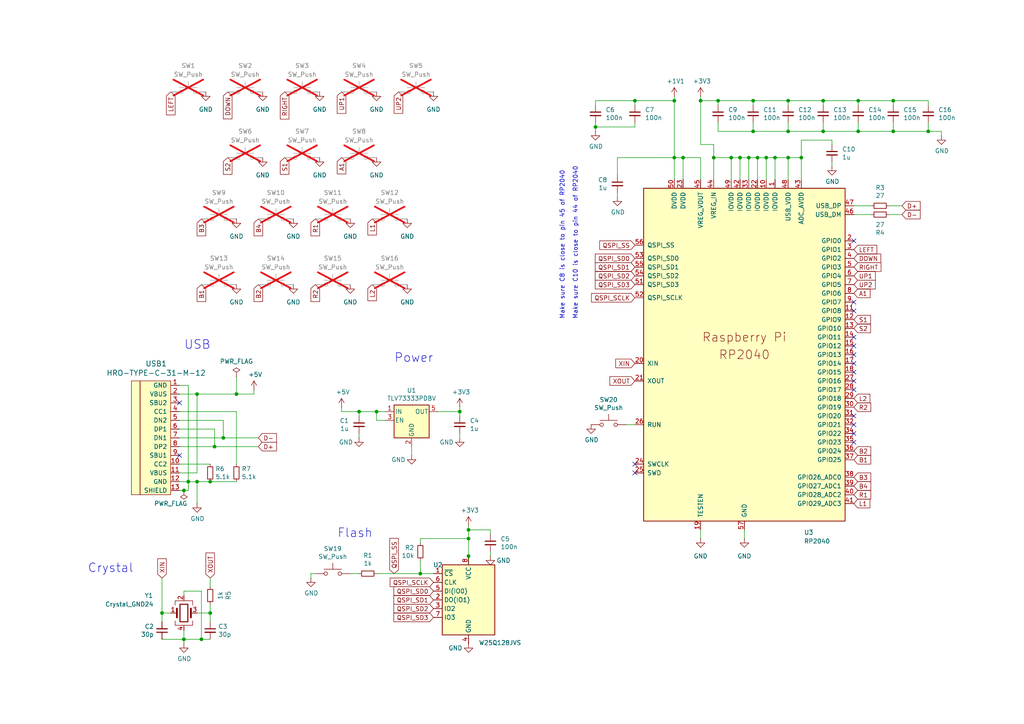
<source format=kicad_sch>
(kicad_sch (version 20231120) (generator "eeschema") (generator_version "8.0")
  (paper "A4")
  (lib_symbols
    (symbol "Device:C_Small" (pin_numbers hide) (pin_names (offset 0.254) hide)
      (property "Reference" "C" (at 0.254 1.778 0))
      (property "Value" "C_Small" (at 0.254 -2.032 0))
      (symbol "C_Small_0_1"
        (polyline (pts (xy -1.524 -0.508) (xy 1.524 -0.508)) (stroke (width 0.3302)))
        (polyline (pts (xy -1.524 0.508) (xy 1.524 0.508)) (stroke (width 0.3048)))
      )
      (symbol "C_Small_1_1"
        (pin passive line (at 0 2.54 270) (length 2.032) (name "~") (number "1"))
        (pin passive line (at 0 -2.54 90) (length 2.032) (name "~") (number "2"))
      )
    )
    (symbol "Device:Crystal_GND24" (pin_names (offset 1.016) hide)
      (property "Reference" "Y" (at 3.175 5.08 0))
      (property "Value" "Crystal_GND24" (at 3.175 3.175 0))
      (symbol "Crystal_GND24_0_1"
        (rectangle (start -1.143 2.54) (end 1.143 -2.54) (stroke (width 0.3048)))
        (polyline (pts (xy -2.54 0) (xy -2.032 0)))
        (polyline (pts (xy -2.032 -1.27) (xy -2.032 1.27)) (stroke (width 0.508)))
        (polyline (pts (xy 0 -3.81) (xy 0 -3.556)))
        (polyline (pts (xy 0 3.556) (xy 0 3.81)))
        (polyline (pts (xy 2.032 -1.27) (xy 2.032 1.27)) (stroke (width 0.508)))
        (polyline (pts (xy 2.032 0) (xy 2.54 0)))
        (polyline (pts (xy -2.54 -2.286) (xy -2.54 -3.556) (xy 2.54 -3.556) (xy 2.54 -2.286)))
        (polyline (pts (xy -2.54 2.286) (xy -2.54 3.556) (xy 2.54 3.556) (xy 2.54 2.286)))
      )
      (symbol "Crystal_GND24_1_1"
        (pin passive line (at -3.81 0 0) (length 1.27) (name "1") (number "1"))
        (pin passive line (at 0 5.08 270) (length 1.27) (name "2") (number "2"))
        (pin passive line (at 3.81 0 180) (length 1.27) (name "3") (number "3"))
        (pin passive line (at 0 -5.08 90) (length 1.27) (name "4") (number "4"))
      )
    )
    (symbol "Device:R_Small" (pin_numbers hide) (pin_names (offset 0.254) hide)
      (property "Reference" "R" (at 0.762 0.508 0))
      (property "Value" "R_Small" (at 0.762 -1.016 0))
      (symbol "R_Small_0_1"
        (rectangle (start -0.762 1.778) (end 0.762 -1.778) (stroke (width 0.2032)))
      )
      (symbol "R_Small_1_1"
        (pin passive line (at 0 2.54 270) (length 0.762) (name "~") (number "1"))
        (pin passive line (at 0 -2.54 90) (length 0.762) (name "~") (number "2"))
      )
    )
    (symbol "MCU_RaspberryPi_RP2040:RP2040" (pin_names (offset 1.016))
      (property "Reference" "U" (at -29.21 49.53 0))
      (property "Value" "RP2040" (at 24.13 -49.53 0))
      (symbol "RP2040_0_0"
        (text "Raspberry Pi" (at 0 5.08 0) (effects (font (size 2.54 2.54))))
        (text "RP2040" (at 0 0 0) (effects (font (size 2.54 2.54))))
      )
      (symbol "RP2040_0_1"
        (rectangle (start 29.21 48.26) (end -29.21 -48.26) (stroke (width 0.254)) (fill (type background)))
      )
      (symbol "RP2040_1_1"
        (pin power_in line (at 8.89 50.8 270) (length 2.54) (name "IOVDD") (number "1"))
        (pin power_in line (at 6.35 50.8 270) (length 2.54) (name "IOVDD") (number "10"))
        (pin bidirectional line (at 31.75 12.7 180) (length 2.54) (name "GPIO8") (number "11"))
        (pin bidirectional line (at 31.75 10.16 180) (length 2.54) (name "GPIO9") (number "12"))
        (pin bidirectional line (at 31.75 7.62 180) (length 2.54) (name "GPIO10") (number "13"))
        (pin bidirectional line (at 31.75 5.08 180) (length 2.54) (name "GPIO11") (number "14"))
        (pin bidirectional line (at 31.75 2.54 180) (length 2.54) (name "GPIO12") (number "15"))
        (pin bidirectional line (at 31.75 0 180) (length 2.54) (name "GPIO13") (number "16"))
        (pin bidirectional line (at 31.75 -2.54 180) (length 2.54) (name "GPIO14") (number "17"))
        (pin bidirectional line (at 31.75 -5.08 180) (length 2.54) (name "GPIO15") (number "18"))
        (pin passive line (at -12.7 -50.8 90) (length 2.54) (name "TESTEN") (number "19"))
        (pin bidirectional line (at 31.75 33.02 180) (length 2.54) (name "GPIO0") (number "2"))
        (pin input line (at -31.75 -2.54 0) (length 2.54) (name "XIN") (number "20"))
        (pin passive line (at -31.75 -7.62 0) (length 2.54) (name "XOUT") (number "21"))
        (pin power_in line (at 3.81 50.8 270) (length 2.54) (name "IOVDD") (number "22"))
        (pin power_in line (at -17.78 50.8 270) (length 2.54) (name "DVDD") (number "23"))
        (pin output line (at -31.75 -31.75 0) (length 2.54) (name "SWCLK") (number "24"))
        (pin bidirectional line (at -31.75 -34.29 0) (length 2.54) (name "SWD") (number "25"))
        (pin input line (at -31.75 -20.32 0) (length 2.54) (name "RUN") (number "26"))
        (pin bidirectional line (at 31.75 -7.62 180) (length 2.54) (name "GPIO16") (number "27"))
        (pin bidirectional line (at 31.75 -10.16 180) (length 2.54) (name "GPIO17") (number "28"))
        (pin bidirectional line (at 31.75 -12.7 180) (length 2.54) (name "GPIO18") (number "29"))
        (pin bidirectional line (at 31.75 30.48 180) (length 2.54) (name "GPIO1") (number "3"))
        (pin bidirectional line (at 31.75 -15.24 180) (length 2.54) (name "GPIO19") (number "30"))
        (pin bidirectional line (at 31.75 -17.78 180) (length 2.54) (name "GPIO20") (number "31"))
        (pin bidirectional line (at 31.75 -20.32 180) (length 2.54) (name "GPIO21") (number "32"))
        (pin power_in line (at 1.27 50.8 270) (length 2.54) (name "IOVDD") (number "33"))
        (pin bidirectional line (at 31.75 -22.86 180) (length 2.54) (name "GPIO22") (number "34"))
        (pin bidirectional line (at 31.75 -25.4 180) (length 2.54) (name "GPIO23") (number "35"))
        (pin bidirectional line (at 31.75 -27.94 180) (length 2.54) (name "GPIO24") (number "36"))
        (pin bidirectional line (at 31.75 -30.48 180) (length 2.54) (name "GPIO25") (number "37"))
        (pin bidirectional line (at 31.75 -35.56 180) (length 2.54) (name "GPIO26_ADC0") (number "38"))
        (pin bidirectional line (at 31.75 -38.1 180) (length 2.54) (name "GPIO27_ADC1") (number "39"))
        (pin bidirectional line (at 31.75 27.94 180) (length 2.54) (name "GPIO2") (number "4"))
        (pin bidirectional line (at 31.75 -40.64 180) (length 2.54) (name "GPIO28_ADC2") (number "40"))
        (pin bidirectional line (at 31.75 -43.18 180) (length 2.54) (name "GPIO29_ADC3") (number "41"))
        (pin power_in line (at -1.27 50.8 270) (length 2.54) (name "IOVDD") (number "42"))
        (pin power_in line (at 16.51 50.8 270) (length 2.54) (name "ADC_AVDD") (number "43"))
        (pin power_in line (at -8.89 50.8 270) (length 2.54) (name "VREG_IN") (number "44"))
        (pin power_out line (at -12.7 50.8 270) (length 2.54) (name "VREG_VOUT") (number "45"))
        (pin bidirectional line (at 31.75 40.64 180) (length 2.54) (name "USB_DM") (number "46"))
        (pin bidirectional line (at 31.75 43.18 180) (length 2.54) (name "USB_DP") (number "47"))
        (pin power_in line (at 12.7 50.8 270) (length 2.54) (name "USB_VDD") (number "48"))
        (pin power_in line (at -3.81 50.8 270) (length 2.54) (name "IOVDD") (number "49"))
        (pin bidirectional line (at 31.75 25.4 180) (length 2.54) (name "GPIO3") (number "5"))
        (pin power_in line (at -20.32 50.8 270) (length 2.54) (name "DVDD") (number "50"))
        (pin bidirectional line (at -31.75 20.32 0) (length 2.54) (name "QSPI_SD3") (number "51"))
        (pin output line (at -31.75 16.51 0) (length 2.54) (name "QSPI_SCLK") (number "52"))
        (pin bidirectional line (at -31.75 27.94 0) (length 2.54) (name "QSPI_SD0") (number "53"))
        (pin bidirectional line (at -31.75 22.86 0) (length 2.54) (name "QSPI_SD2") (number "54"))
        (pin bidirectional line (at -31.75 25.4 0) (length 2.54) (name "QSPI_SD1") (number "55"))
        (pin bidirectional line (at -31.75 31.75 0) (length 2.54) (name "QSPI_SS") (number "56"))
        (pin power_in line (at 0 -50.8 90) (length 2.54) (name "GND") (number "57"))
        (pin bidirectional line (at 31.75 22.86 180) (length 2.54) (name "GPIO4") (number "6"))
        (pin bidirectional line (at 31.75 20.32 180) (length 2.54) (name "GPIO5") (number "7"))
        (pin bidirectional line (at 31.75 17.78 180) (length 2.54) (name "GPIO6") (number "8"))
        (pin bidirectional line (at 31.75 15.24 180) (length 2.54) (name "GPIO7") (number "9"))
      )
    )
    (symbol "Memory_Flash:W25Q128JVS"
      (property "Reference" "U" (at -6.35 11.43 0))
      (property "Value" "W25Q128JVS" (at 7.62 11.43 0))
      (symbol "W25Q128JVS_0_1"
        (rectangle (start -7.62 10.16) (end 7.62 -10.16) (stroke (width 0.254)) (fill (type background)))
      )
      (symbol "W25Q128JVS_1_1"
        (pin input line (at -10.16 7.62 0) (length 2.54) (name "~{CS}") (number "1"))
        (pin bidirectional line (at -10.16 0 0) (length 2.54) (name "DO(IO1)") (number "2"))
        (pin bidirectional line (at -10.16 -2.54 0) (length 2.54) (name "IO2") (number "3"))
        (pin power_in line (at 0 -12.7 90) (length 2.54) (name "GND") (number "4"))
        (pin bidirectional line (at -10.16 2.54 0) (length 2.54) (name "DI(IO0)") (number "5"))
        (pin input line (at -10.16 5.08 0) (length 2.54) (name "CLK") (number "6"))
        (pin bidirectional line (at -10.16 -5.08 0) (length 2.54) (name "IO3") (number "7"))
        (pin power_in line (at 0 12.7 270) (length 2.54) (name "VCC") (number "8"))
      )
    )
    (symbol "Regulator_Linear:TLV73333PDBV" (pin_names (offset 0.254))
      (property "Reference" "U" (at -3.81 5.715 0))
      (property "Value" "TLV73333PDBV" (at 0 5.715 0))
      (symbol "TLV73333PDBV_0_1"
        (rectangle (start -5.08 4.445) (end 5.08 -5.08) (stroke (width 0.254)) (fill (type background)))
      )
      (symbol "TLV73333PDBV_1_1"
        (pin power_in line (at -7.62 2.54 0) (length 2.54) (name "IN") (number "1"))
        (pin power_in line (at 0 -7.62 90) (length 2.54) (name "GND") (number "2"))
        (pin input line (at -7.62 0 0) (length 2.54) (name "EN") (number "3"))
        (pin no_connect line (at 5.08 0 180) (length 2.54) hide (name "NC") (number "4"))
        (pin power_out line (at 7.62 2.54 180) (length 2.54) (name "OUT") (number "5"))
      )
    )
    (symbol "Switch:SW_Push" (pin_numbers hide) (pin_names (offset 1.016) hide)
      (property "Reference" "SW" (at 1.27 2.54 0))
      (property "Value" "SW_Push" (at 0 -1.524 0))
      (symbol "SW_Push_0_1"
        (circle (center -2.032 0) (radius 0.508))
        (polyline (pts (xy 0 1.27) (xy 0 3.048)))
        (polyline (pts (xy 2.54 1.27) (xy -2.54 1.27)))
        (circle (center 2.032 0) (radius 0.508))
        (pin passive line (at -5.08 0 0) (length 2.54) (name "1") (number "1"))
        (pin passive line (at 5.08 0 180) (length 2.54) (name "2") (number "2"))
      )
    )
    (symbol "Type-C:HRO-TYPE-C-31-M-12" (pin_names (offset 1.016))
      (property "Reference" "USB" (at -5.08 16.51 0))
      (property "Value" "HRO-TYPE-C-31-M-12" (at -10.16 -1.27 90))
      (symbol "HRO-TYPE-C-31-M-12_0_1"
        (rectangle (start -11.43 15.24) (end -8.89 -17.78) (fill (type background)))
        (rectangle (start 0 -17.78) (end -8.89 15.24) (fill (type background)))
      )
      (symbol "HRO-TYPE-C-31-M-12_1_1"
        (pin input line (at 2.54 13.97 180) (length 2.54) (name "GND") (number "1"))
        (pin input line (at 2.54 -8.89 180) (length 2.54) (name "CC2") (number "10"))
        (pin input line (at 2.54 -11.43 180) (length 2.54) (name "VBUS") (number "11"))
        (pin input line (at 2.54 -13.97 180) (length 2.54) (name "GND") (number "12"))
        (pin input line (at 2.54 -16.51 180) (length 2.54) (name "SHIELD") (number "13"))
        (pin input line (at 2.54 11.43 180) (length 2.54) (name "VBUS") (number "2"))
        (pin input line (at 2.54 8.89 180) (length 2.54) (name "SBU2") (number "3"))
        (pin input line (at 2.54 6.35 180) (length 2.54) (name "CC1") (number "4"))
        (pin input line (at 2.54 3.81 180) (length 2.54) (name "DN2") (number "5"))
        (pin input line (at 2.54 1.27 180) (length 2.54) (name "DP1") (number "6"))
        (pin input line (at 2.54 -1.27 180) (length 2.54) (name "DN1") (number "7"))
        (pin input line (at 2.54 -3.81 180) (length 2.54) (name "DP2") (number "8"))
        (pin input line (at 2.54 -6.35 180) (length 2.54) (name "SBU1") (number "9"))
      )
    )
    (symbol "power:+1V1" (power) (pin_numbers hide) (pin_names (offset 0) hide)
      (property "Value" "+1V1" (at 0 3.556 0))
      (symbol "+1V1_0_1"
        (polyline (pts (xy -0.762 1.27) (xy 0 2.54)))
        (polyline (pts (xy 0 0) (xy 0 2.54)))
        (polyline (pts (xy 0 2.54) (xy 0.762 1.27)))
      )
      (symbol "+1V1_1_1"
        (pin power_in line (at 0 0 90) (length 0) (name "~") (number "1"))
      )
    )
    (symbol "power:+3V3" (power) (pin_numbers hide) (pin_names (offset 0) hide)
      (property "Value" "+3V3" (at 0 3.556 0))
      (symbol "+3V3_0_1"
        (polyline (pts (xy -0.762 1.27) (xy 0 2.54)))
        (polyline (pts (xy 0 0) (xy 0 2.54)))
        (polyline (pts (xy 0 2.54) (xy 0.762 1.27)))
      )
      (symbol "+3V3_1_1"
        (pin power_in line (at 0 0 90) (length 0) (name "~") (number "1"))
      )
    )
    (symbol "power:+5V" (power) (pin_numbers hide) (pin_names (offset 0) hide)
      (property "Value" "+5V" (at 0 3.556 0))
      (symbol "+5V_0_1"
        (polyline (pts (xy -0.762 1.27) (xy 0 2.54)))
        (polyline (pts (xy 0 0) (xy 0 2.54)))
        (polyline (pts (xy 0 2.54) (xy 0.762 1.27)))
      )
      (symbol "+5V_1_1"
        (pin power_in line (at 0 0 90) (length 0) (name "~") (number "1"))
      )
    )
    (symbol "power:GND" (power) (pin_numbers hide) (pin_names (offset 0) hide)
      (property "Value" "GND" (at 0 -3.81 0))
      (symbol "GND_0_1"
        (polyline (pts (xy 0 0) (xy 0 -1.27) (xy 1.27 -1.27) (xy 0 -2.54) (xy -1.27 -1.27) (xy 0 -1.27)))
      )
      (symbol "GND_1_1"
        (pin power_in line (at 0 0 270) (length 0) (name "~") (number "1"))
      )
    )
    (symbol "power:PWR_FLAG" (power) (pin_numbers hide) (pin_names (offset 0) hide)
      (property "Value" "PWR_FLAG" (at 0 3.81 0))
      (symbol "PWR_FLAG_0_0"
        (pin power_out line (at 0 0 90) (length 0) (name "~") (number "1"))
      )
      (symbol "PWR_FLAG_0_1"
        (polyline (pts (xy 0 0) (xy 0 1.27) (xy -1.016 1.905) (xy 0 2.54) (xy 1.016 1.905) (xy 0 1.27)))
      )
    )
  )
  (junction (at 57.15 114.3))
  (junction (at 135.89 153.67))
  (junction (at 62.23 129.54))
  (junction (at 228.6 29.21))
  (junction (at 207.01 45.72))
  (junction (at 68.58 114.3))
  (junction (at 64.77 127))
  (junction (at 53.34 142.24))
  (junction (at 208.28 29.21))
  (junction (at 218.44 29.21))
  (junction (at 214.63 45.72))
  (junction (at 135.89 156.21))
  (junction (at 172.72 36.83))
  (junction (at 57.15 139.7))
  (junction (at 218.44 38.1))
  (junction (at 248.92 38.1))
  (junction (at 228.6 38.1))
  (junction (at 212.09 45.72))
  (junction (at 217.17 45.72))
  (junction (at 224.79 45.72))
  (junction (at 222.25 45.72))
  (junction (at 232.41 45.72))
  (junction (at 104.14 119.38))
  (junction (at 133.35 119.38))
  (junction (at 54.61 139.7))
  (junction (at 46.99 177.8))
  (junction (at 60.96 177.8))
  (junction (at 198.12 45.72))
  (junction (at 238.76 29.21))
  (junction (at 219.71 45.72))
  (junction (at 203.2 29.21))
  (junction (at 228.6 45.72))
  (junction (at 195.58 29.21))
  (junction (at 53.34 185.42))
  (junction (at 259.08 38.1))
  (junction (at 269.24 38.1))
  (junction (at 248.92 29.21))
  (junction (at 109.22 119.38))
  (junction (at 238.76 38.1))
  (junction (at 195.58 45.72))
  (junction (at 58.42 185.42))
  (junction (at 259.08 29.21))
  (junction (at 60.96 139.7))
  (junction (at 135.89 161.29))
  (junction (at 184.15 29.21))
  (junction (at 121.92 166.37))
  (no_connect (at 247.65 90.17))
  (no_connect (at 247.65 69.85))
  (no_connect (at 52.07 132.08))
  (no_connect (at 247.65 123.19))
  (no_connect (at 247.65 125.73))
  (no_connect (at 247.65 87.63))
  (no_connect (at 247.65 105.41))
  (no_connect (at 247.65 110.49))
  (no_connect (at 247.65 97.79))
  (no_connect (at 184.15 137.16))
  (no_connect (at 247.65 113.03))
  (no_connect (at 247.65 102.87))
  (no_connect (at 247.65 107.95))
  (no_connect (at 247.65 128.27))
  (no_connect (at 52.07 116.84))
  (no_connect (at 184.15 134.62))
  (no_connect (at 247.65 120.65))
  (no_connect (at 247.65 100.33))
  (wire (pts (xy 52.07 111.76) (xy 54.61 111.76)))
  (wire (pts (xy 54.61 142.24) (xy 53.34 142.24)))
  (wire (pts (xy 73.66 114.3) (xy 73.66 113.03)))
  (wire (pts (xy 52.07 114.3) (xy 57.15 114.3)))
  (wire (pts (xy 214.63 52.07) (xy 214.63 45.72)))
  (wire (pts (xy 172.72 29.21) (xy 184.15 29.21)))
  (wire (pts (xy 54.61 139.7) (xy 57.15 139.7)))
  (wire (pts (xy 203.2 41.91) (xy 203.2 29.21)))
  (wire (pts (xy 104.14 119.38) (xy 109.22 119.38)))
  (wire (pts (xy 52.07 121.92) (xy 64.77 121.92)))
  (wire (pts (xy 218.44 38.1) (xy 228.6 38.1)))
  (wire (pts (xy 53.34 185.42) (xy 53.34 186.69)))
  (wire (pts (xy 248.92 38.1) (xy 259.08 38.1)))
  (wire (pts (xy 219.71 45.72) (xy 222.25 45.72)))
  (wire (pts (xy 172.72 35.56) (xy 172.72 36.83)))
  (wire (pts (xy 68.58 114.3) (xy 73.66 114.3)))
  (wire (pts (xy 228.6 45.72) (xy 232.41 45.72)))
  (wire (pts (xy 217.17 45.72) (xy 219.71 45.72)))
  (wire (pts (xy 135.89 156.21) (xy 135.89 161.29)))
  (wire (pts (xy 142.24 153.67) (xy 142.24 154.94)))
  (wire (pts (xy 222.25 45.72) (xy 224.79 45.72)))
  (wire (pts (xy 247.65 62.23) (xy 252.73 62.23)))
  (wire (pts (xy 64.77 121.92) (xy 64.77 127)))
  (wire (pts (xy 207.01 45.72) (xy 207.01 41.91)))
  (wire (pts (xy 52.07 124.46) (xy 62.23 124.46)))
  (wire (pts (xy 228.6 52.07) (xy 228.6 45.72)))
  (wire (pts (xy 269.24 35.56) (xy 269.24 38.1)))
  (wire (pts (xy 119.38 129.54) (xy 119.38 132.08)))
  (wire (pts (xy 109.22 166.37) (xy 121.92 166.37)))
  (wire (pts (xy 232.41 40.64) (xy 241.3 40.64)))
  (wire (pts (xy 179.07 50.8) (xy 179.07 45.72)))
  (wire (pts (xy 121.92 156.21) (xy 135.89 156.21)))
  (wire (pts (xy 111.76 121.92) (xy 109.22 121.92)))
  (wire (pts (xy 184.15 30.48) (xy 184.15 29.21)))
  (wire (pts (xy 104.14 125.73) (xy 104.14 127)))
  (wire (pts (xy 52.07 119.38) (xy 68.58 119.38)))
  (wire (pts (xy 121.92 166.37) (xy 125.73 166.37)))
  (wire (pts (xy 74.93 127) (xy 64.77 127)))
  (wire (pts (xy 269.24 30.48) (xy 269.24 29.21)))
  (wire (pts (xy 207.01 45.72) (xy 212.09 45.72)))
  (wire (pts (xy 259.08 38.1) (xy 269.24 38.1)))
  (wire (pts (xy 60.96 177.8) (xy 60.96 175.26)))
  (wire (pts (xy 257.81 59.69) (xy 261.62 59.69)))
  (wire (pts (xy 224.79 52.07) (xy 224.79 45.72)))
  (wire (pts (xy 99.06 119.38) (xy 104.14 119.38)))
  (wire (pts (xy 57.15 177.8) (xy 60.96 177.8)))
  (wire (pts (xy 133.35 118.11) (xy 133.35 119.38)))
  (wire (pts (xy 135.89 153.67) (xy 142.24 153.67)))
  (wire (pts (xy 90.17 166.37) (xy 91.44 166.37)))
  (wire (pts (xy 208.28 35.56) (xy 208.28 38.1)))
  (wire (pts (xy 218.44 30.48) (xy 218.44 29.21)))
  (wire (pts (xy 259.08 30.48) (xy 259.08 29.21)))
  (wire (pts (xy 57.15 146.05) (xy 57.15 139.7)))
  (wire (pts (xy 58.42 185.42) (xy 53.34 185.42)))
  (wire (pts (xy 179.07 45.72) (xy 195.58 45.72)))
  (wire (pts (xy 90.17 166.37) (xy 90.17 167.64)))
  (wire (pts (xy 68.58 139.7) (xy 60.96 139.7)))
  (wire (pts (xy 109.22 121.92) (xy 109.22 119.38)))
  (wire (pts (xy 68.58 119.38) (xy 68.58 134.62)))
  (wire (pts (xy 218.44 29.21) (xy 228.6 29.21)))
  (wire (pts (xy 215.9 153.67) (xy 215.9 156.21)))
  (wire (pts (xy 184.15 36.83) (xy 184.15 35.56)))
  (wire (pts (xy 53.34 142.24) (xy 52.07 142.24)))
  (wire (pts (xy 54.61 111.76) (xy 54.61 139.7)))
  (wire (pts (xy 219.71 52.07) (xy 219.71 45.72)))
  (wire (pts (xy 212.09 52.07) (xy 212.09 45.72)))
  (wire (pts (xy 195.58 29.21) (xy 195.58 45.72)))
  (wire (pts (xy 198.12 45.72) (xy 203.2 45.72)))
  (wire (pts (xy 53.34 172.72) (xy 53.34 171.45)))
  (wire (pts (xy 52.07 129.54) (xy 62.23 129.54)))
  (wire (pts (xy 238.76 29.21) (xy 248.92 29.21)))
  (wire (pts (xy 57.15 137.16) (xy 52.07 137.16)))
  (wire (pts (xy 57.15 139.7) (xy 60.96 139.7)))
  (wire (pts (xy 52.07 134.62) (xy 60.96 134.62)))
  (wire (pts (xy 247.65 59.69) (xy 252.73 59.69)))
  (wire (pts (xy 232.41 40.64) (xy 232.41 45.72)))
  (wire (pts (xy 228.6 30.48) (xy 228.6 29.21)))
  (wire (pts (xy 57.15 114.3) (xy 57.15 137.16)))
  (wire (pts (xy 203.2 45.72) (xy 203.2 52.07)))
  (wire (pts (xy 214.63 45.72) (xy 217.17 45.72)))
  (wire (pts (xy 203.2 27.94) (xy 203.2 29.21)))
  (wire (pts (xy 135.89 153.67) (xy 135.89 152.4)))
  (wire (pts (xy 46.99 167.64) (xy 46.99 177.8)))
  (wire (pts (xy 133.35 125.73) (xy 133.35 127)))
  (wire (pts (xy 62.23 124.46) (xy 62.23 129.54)))
  (wire (pts (xy 111.76 119.38) (xy 109.22 119.38)))
  (wire (pts (xy 46.99 185.42) (xy 53.34 185.42)))
  (wire (pts (xy 228.6 35.56) (xy 228.6 38.1)))
  (wire (pts (xy 135.89 161.29) (xy 135.89 163.83)))
  (wire (pts (xy 232.41 45.72) (xy 232.41 52.07)))
  (wire (pts (xy 57.15 114.3) (xy 68.58 114.3)))
  (wire (pts (xy 224.79 45.72) (xy 228.6 45.72)))
  (wire (pts (xy 184.15 29.21) (xy 195.58 29.21)))
  (wire (pts (xy 58.42 171.45) (xy 58.42 185.42)))
  (wire (pts (xy 53.34 171.45) (xy 58.42 171.45)))
  (wire (pts (xy 238.76 30.48) (xy 238.76 29.21)))
  (wire (pts (xy 121.92 157.48) (xy 121.92 156.21)))
  (wire (pts (xy 218.44 38.1) (xy 208.28 38.1)))
  (wire (pts (xy 54.61 139.7) (xy 54.61 142.24)))
  (wire (pts (xy 207.01 41.91) (xy 203.2 41.91)))
  (wire (pts (xy 60.96 170.18) (xy 60.96 167.64)))
  (wire (pts (xy 133.35 119.38) (xy 133.35 120.65)))
  (wire (pts (xy 99.06 119.38) (xy 99.06 118.11)))
  (wire (pts (xy 218.44 35.56) (xy 218.44 38.1)))
  (wire (pts (xy 46.99 177.8) (xy 46.99 180.34)))
  (wire (pts (xy 60.96 185.42) (xy 58.42 185.42)))
  (wire (pts (xy 208.28 29.21) (xy 218.44 29.21)))
  (wire (pts (xy 228.6 29.21) (xy 238.76 29.21)))
  (wire (pts (xy 68.58 109.22) (xy 68.58 114.3)))
  (wire (pts (xy 195.58 45.72) (xy 195.58 52.07)))
  (wire (pts (xy 248.92 29.21) (xy 259.08 29.21)))
  (wire (pts (xy 238.76 38.1) (xy 248.92 38.1)))
  (wire (pts (xy 60.96 177.8) (xy 60.96 180.34)))
  (wire (pts (xy 203.2 153.67) (xy 203.2 156.21)))
  (wire (pts (xy 172.72 36.83) (xy 184.15 36.83)))
  (wire (pts (xy 269.24 38.1) (xy 273.05 38.1)))
  (wire (pts (xy 217.17 52.07) (xy 217.17 45.72)))
  (wire (pts (xy 207.01 52.07) (xy 207.01 45.72)))
  (wire (pts (xy 259.08 35.56) (xy 259.08 38.1)))
  (wire (pts (xy 241.3 46.99) (xy 241.3 48.26)))
  (wire (pts (xy 135.89 153.67) (xy 135.89 156.21)))
  (wire (pts (xy 248.92 35.56) (xy 248.92 38.1)))
  (wire (pts (xy 127 119.38) (xy 133.35 119.38)))
  (wire (pts (xy 172.72 30.48) (xy 172.72 29.21)))
  (wire (pts (xy 248.92 30.48) (xy 248.92 29.21)))
  (wire (pts (xy 52.07 139.7) (xy 54.61 139.7)))
  (wire (pts (xy 238.76 35.56) (xy 238.76 38.1)))
  (wire (pts (xy 52.07 127) (xy 64.77 127)))
  (wire (pts (xy 101.6 166.37) (xy 104.14 166.37)))
  (wire (pts (xy 195.58 27.94) (xy 195.58 29.21)))
  (wire (pts (xy 74.93 129.54) (xy 62.23 129.54)))
  (wire (pts (xy 195.58 45.72) (xy 198.12 45.72)))
  (wire (pts (xy 222.25 52.07) (xy 222.25 45.72)))
  (wire (pts (xy 104.14 120.65) (xy 104.14 119.38)))
  (wire (pts (xy 53.34 182.88) (xy 53.34 185.42)))
  (wire (pts (xy 198.12 45.72) (xy 198.12 52.07)))
  (wire (pts (xy 259.08 29.21) (xy 269.24 29.21)))
  (wire (pts (xy 49.53 177.8) (xy 46.99 177.8)))
  (wire (pts (xy 181.61 123.19) (xy 184.15 123.19)))
  (wire (pts (xy 212.09 45.72) (xy 214.63 45.72)))
  (wire (pts (xy 179.07 55.88) (xy 179.07 57.15)))
  (wire (pts (xy 241.3 41.91) (xy 241.3 40.64)))
  (wire (pts (xy 228.6 38.1) (xy 238.76 38.1)))
  (wire (pts (xy 203.2 29.21) (xy 208.28 29.21)))
  (wire (pts (xy 172.72 36.83) (xy 172.72 38.1)))
  (wire (pts (xy 257.81 62.23) (xy 261.62 62.23)))
  (wire (pts (xy 273.05 38.1) (xy 273.05 39.37)))
  (wire (pts (xy 208.28 30.48) (xy 208.28 29.21)))
  (wire (pts (xy 142.24 160.02) (xy 142.24 161.29)))
  (wire (pts (xy 121.92 162.56) (xy 121.92 166.37)))
  (text "USB" (at 53.34 101.6 0) (effects (font (size 2.54 2.54)) (justify left bottom)))
  (text "Make sure C10 is close to pin 44 of RP2040" (at 167.64 92.71 90) (effects (font (size 1.27 1.27)) (justify left bottom)))
  (text "Make sure C8 is close to pin 45 of RP2040" (at 163.83 92.71 90) (effects (font (size 1.27 1.27)) (justify left bottom)))
  (text "Power" (at 114.3 105.41 0) (effects (font (size 2.54 2.54)) (justify left bottom)))
  (text "Crystal" (at 25.4 166.37 0) (effects (font (size 2.54 2.54)) (justify left bottom)))
  (text "Flash" (at 97.79 156.21 0) (effects (font (size 2.54 2.54)) (justify left bottom)))
  (global_label "R2" (shape input) (at 91.44 82.55 270) (property "Intersheetrefs" "${INTERSHEET_REFS}" (effects (hide yes))))
  (global_label "L1" (shape input) (at 247.65 146.05 0) (property "Intersheetrefs" "${INTERSHEET_REFS}" (effects (hide yes))))
  (global_label "XOUT" (shape input) (at 184.15 110.49 180) (property "Intersheetrefs" "${INTERSHEET_REFS}" (effects (hide yes))))
  (global_label "S2" (shape input) (at 66.04 45.72 270) (property "Intersheetrefs" "${INTERSHEET_REFS}" (effects (hide yes))))
  (global_label "A1" (shape input) (at 99.06 45.72 270) (property "Intersheetrefs" "${INTERSHEET_REFS}" (effects (hide yes))))
  (global_label "L1" (shape input) (at 107.95 63.5 270) (property "Intersheetrefs" "${INTERSHEET_REFS}" (effects (hide yes))))
  (global_label "D-" (shape input) (at 261.62 62.23 0) (property "Intersheetrefs" "${INTERSHEET_REFS}" (effects (hide yes))))
  (global_label "DOWN" (shape input) (at 66.04 26.67 270) (property "Intersheetrefs" "${INTERSHEET_REFS}" (effects (hide yes))))
  (global_label "DOWN" (shape input) (at 247.65 74.93 0) (property "Intersheetrefs" "${INTERSHEET_REFS}" (effects (hide yes))))
  (global_label "XOUT" (shape input) (at 60.96 167.64 90) (property "Intersheetrefs" "${INTERSHEET_REFS}" (effects (hide yes))))
  (global_label "B4" (shape input) (at 247.65 140.97 0) (property "Intersheetrefs" "${INTERSHEET_REFS}" (effects (hide yes))))
  (global_label "D+" (shape input) (at 74.93 129.54 0) (property "Intersheetrefs" "${INTERSHEET_REFS}" (effects (hide yes))))
  (global_label "R1" (shape input) (at 247.65 143.51 0) (property "Intersheetrefs" "${INTERSHEET_REFS}" (effects (hide yes))))
  (global_label "QSPI_SD0" (shape input) (at 184.15 74.93 180) (property "Intersheetrefs" "${INTERSHEET_REFS}" (effects (hide yes))))
  (global_label "B3" (shape input) (at 247.65 138.43 0) (property "Intersheetrefs" "${INTERSHEET_REFS}" (effects (hide yes))))
  (global_label "S1" (shape input) (at 247.65 92.71 0) (property "Intersheetrefs" "${INTERSHEET_REFS}" (effects (hide yes))))
  (global_label "D-" (shape input) (at 74.93 127 0) (property "Intersheetrefs" "${INTERSHEET_REFS}" (effects (hide yes))))
  (global_label "QSPI_SD2" (shape input) (at 184.15 80.01 180) (property "Intersheetrefs" "${INTERSHEET_REFS}" (effects (hide yes))))
  (global_label "XIN" (shape input) (at 46.99 167.64 90) (property "Intersheetrefs" "${INTERSHEET_REFS}" (effects (hide yes))))
  (global_label "D+" (shape input) (at 261.62 59.69 0) (property "Intersheetrefs" "${INTERSHEET_REFS}" (effects (hide yes))))
  (global_label "UP2" (shape input) (at 247.65 82.55 0) (property "Intersheetrefs" "${INTERSHEET_REFS}" (effects (hide yes))))
  (global_label "QSPI_SD3" (shape input) (at 184.15 82.55 180) (property "Intersheetrefs" "${INTERSHEET_REFS}" (effects (hide yes))))
  (global_label "B2" (shape input) (at 247.65 130.81 0) (property "Intersheetrefs" "${INTERSHEET_REFS}" (effects (hide yes))))
  (global_label "UP1" (shape input) (at 99.06 26.67 270) (property "Intersheetrefs" "${INTERSHEET_REFS}" (effects (hide yes))))
  (global_label "UP1" (shape input) (at 247.65 80.01 0) (property "Intersheetrefs" "${INTERSHEET_REFS}" (effects (hide yes))))
  (global_label "B4" (shape input) (at 74.93 63.5 270) (property "Intersheetrefs" "${INTERSHEET_REFS}" (effects (hide yes))))
  (global_label "B2" (shape input) (at 74.93 82.55 270) (property "Intersheetrefs" "${INTERSHEET_REFS}" (effects (hide yes))))
  (global_label "L2" (shape input) (at 247.65 115.57 0) (property "Intersheetrefs" "${INTERSHEET_REFS}" (effects (hide yes))))
  (global_label "B1" (shape input) (at 58.42 82.55 270) (property "Intersheetrefs" "${INTERSHEET_REFS}" (effects (hide yes))))
  (global_label "QSPI_SD2" (shape input) (at 125.73 176.53 180) (property "Intersheetrefs" "${INTERSHEET_REFS}" (effects (hide yes))))
  (global_label "UP2" (shape input) (at 115.57 26.67 270) (property "Intersheetrefs" "${INTERSHEET_REFS}" (effects (hide yes))))
  (global_label "A1" (shape input) (at 247.65 85.09 0) (property "Intersheetrefs" "${INTERSHEET_REFS}" (effects (hide yes))))
  (global_label "QSPI_SD1" (shape input) (at 184.15 77.47 180) (property "Intersheetrefs" "${INTERSHEET_REFS}" (effects (hide yes))))
  (global_label "L2" (shape input) (at 107.95 82.55 270) (property "Intersheetrefs" "${INTERSHEET_REFS}" (effects (hide yes))))
  (global_label "QSPI_SD3" (shape input) (at 125.73 179.07 180) (property "Intersheetrefs" "${INTERSHEET_REFS}" (effects (hide yes))))
  (global_label "B3" (shape input) (at 58.42 63.5 270) (property "Intersheetrefs" "${INTERSHEET_REFS}" (effects (hide yes))))
  (global_label "S2" (shape input) (at 247.65 95.25 0) (property "Intersheetrefs" "${INTERSHEET_REFS}" (effects (hide yes))))
  (global_label "R2" (shape input) (at 247.65 118.11 0) (property "Intersheetrefs" "${INTERSHEET_REFS}" (effects (hide yes))))
  (global_label "RIGHT" (shape input) (at 247.65 77.47 0) (property "Intersheetrefs" "${INTERSHEET_REFS}" (effects (hide yes))))
  (global_label "LEFT" (shape input) (at 49.53 26.67 270) (property "Intersheetrefs" "${INTERSHEET_REFS}" (effects (hide yes))))
  (global_label "QSPI_SS" (shape input) (at 114.3 166.37 90) (property "Intersheetrefs" "${INTERSHEET_REFS}" (effects (hide yes))))
  (global_label "LEFT" (shape input) (at 247.65 72.39 0) (property "Intersheetrefs" "${INTERSHEET_REFS}" (effects (hide yes))))
  (global_label "QSPI_SCLK" (shape input) (at 184.15 86.36 180) (property "Intersheetrefs" "${INTERSHEET_REFS}" (effects (hide yes))))
  (global_label "QSPI_SS" (shape input) (at 184.15 71.12 180) (property "Intersheetrefs" "${INTERSHEET_REFS}" (effects (hide yes))))
  (global_label "S1" (shape input) (at 82.55 45.72 270) (property "Intersheetrefs" "${INTERSHEET_REFS}" (effects (hide yes))))
  (global_label "QSPI_SD1" (shape input) (at 125.73 173.99 180) (property "Intersheetrefs" "${INTERSHEET_REFS}" (effects (hide yes))))
  (global_label "QSPI_SCLK" (shape input) (at 125.73 168.91 180) (property "Intersheetrefs" "${INTERSHEET_REFS}" (effects (hide yes))))
  (global_label "R1" (shape input) (at 91.44 63.5 270) (property "Intersheetrefs" "${INTERSHEET_REFS}" (effects (hide yes))))
  (global_label "QSPI_SD0" (shape input) (at 125.73 171.45 180) (property "Intersheetrefs" "${INTERSHEET_REFS}" (effects (hide yes))))
  (global_label "RIGHT" (shape input) (at 82.55 26.67 270) (property "Intersheetrefs" "${INTERSHEET_REFS}" (effects (hide yes))))
  (global_label "XIN" (shape input) (at 184.15 105.41 180) (property "Intersheetrefs" "${INTERSHEET_REFS}" (effects (hide yes))))
  (global_label "B1" (shape input) (at 247.65 133.35 0) (property "Intersheetrefs" "${INTERSHEET_REFS}" (effects (hide yes))))
  (symbol (lib_id "power:GND") (at 179.07 57.15 0) (unit 1)
    (property "Reference" "#PWR064" (effects (hide yes)))
    (property "Value" "GND" (at 179.197 61.5442 0))
  )
  (symbol (lib_id "power:GND") (at 59.69 26.67 0) (unit 1)
    (property "Reference" "#PWR051" (effects (hide yes)))
    (property "Value" "GND" (at 59.69 31.75 0))
    (property "Description" "Power symbol creates a global label with name \"GND\" , ground" (effects (hide yes)))
  )
  (symbol (lib_id "Device:C_Small") (at 259.08 33.02 0) (unit 1)
    (property "Reference" "C15" (at 262.001 31.8516 0) (effects (justify left)))
    (property "Value" "100n" (at 262.001 34.163 0) (effects (justify left)))
    (property "Footprint" "Capacitor_SMD:C_0402_1005Metric" (effects (hide yes)))
    (property "LCSC" "C1525" (effects (hide yes)))
  )
  (symbol (lib_id "Device:Crystal_GND24") (at 53.34 177.8 0) (unit 1)
    (property "Reference" "Y1" (at 41.91 172.72 0) (effects (justify left)))
    (property "Value" "Crystal_GND24" (at 30.48 175.26 0) (effects (justify left)))
    (property "Footprint" "Crystal:Crystal_SMD_3225-4Pin_3.2x2.5mm" (effects (hide yes)))
    (property "LCSC" "C9002" (effects (hide yes)))
  )
  (symbol (lib_id "power:+1V1") (at 195.58 27.94 0) (unit 1)
    (property "Reference" "#PWR056" (effects (hide yes)))
    (property "Value" "+1V1" (at 195.961 23.5458 0))
  )
  (symbol (lib_id "Switch:SW_Push") (at 71.12 26.67 0) (unit 1) (dnp yes)
    (property "Reference" "SW2" (at 71.12 19.05 0))
    (property "Value" "SW_Push" (at 71.12 21.59 0))
    (property "Footprint" "Cherry_ULP:Cherry_ULP_TH" (effects (hide yes)))
    (property "Description" "Push button switch, generic, two pins" (effects (hide yes)))
  )
  (symbol (lib_id "Device:C_Small") (at 241.3 44.45 0) (unit 1)
    (property "Reference" "C10" (at 244.221 43.2816 0) (effects (justify left)))
    (property "Value" "1u" (at 244.221 45.593 0) (effects (justify left)))
    (property "Footprint" "Capacitor_SMD:C_0402_1005Metric" (effects (hide yes)))
    (property "LCSC" "C52923" (effects (hide yes)))
  )
  (symbol (lib_id "power:GND") (at 109.22 45.72 0) (unit 1)
    (property "Reference" "#PWR062" (effects (hide yes)))
    (property "Value" "GND" (at 109.22 50.8 0))
    (property "Description" "Power symbol creates a global label with name \"GND\" , ground" (effects (hide yes)))
  )
  (symbol (lib_id "power:GND") (at 215.9 156.21 0) (unit 1)
    (property "Reference" "#PWR083" (effects (hide yes)))
    (property "Value" "GND" (at 215.9 161.29 0))
    (property "Description" "Power symbol creates a global label with name \"GND\" , ground" (effects (hide yes)))
  )
  (symbol (lib_id "power:GND") (at 118.11 63.5 0) (unit 1)
    (property "Reference" "#PWR068" (effects (hide yes)))
    (property "Value" "GND" (at 118.11 68.58 0))
    (property "Description" "Power symbol creates a global label with name \"GND\" , ground" (effects (hide yes)))
  )
  (symbol (lib_id "power:GND") (at 85.09 63.5 0) (unit 1)
    (property "Reference" "#PWR066" (effects (hide yes)))
    (property "Value" "GND" (at 85.09 68.58 0))
    (property "Description" "Power symbol creates a global label with name \"GND\" , ground" (effects (hide yes)))
  )
  (symbol (lib_id "power:+3V3") (at 203.2 27.94 0) (unit 1)
    (property "Reference" "#PWR057" (effects (hide yes)))
    (property "Value" "+3V3" (at 203.581 23.5458 0))
  )
  (symbol (lib_id "power:GND") (at 133.35 127 0) (unit 1)
    (property "Reference" "#PWR078" (effects (hide yes)))
    (property "Value" "GND" (at 129.54 128.27 0))
  )
  (symbol (lib_id "power:GND") (at 85.09 82.55 0) (unit 1)
    (property "Reference" "#PWR070" (effects (hide yes)))
    (property "Value" "GND" (at 85.09 87.63 0))
    (property "Description" "Power symbol creates a global label with name \"GND\" , ground" (effects (hide yes)))
  )
  (symbol (lib_id "power:+5V") (at 73.66 113.03 0) (unit 1)
    (property "Reference" "#PWR073" (effects (hide yes)))
    (property "Value" "+5V" (at 74.041 108.6358 0))
  )
  (symbol (lib_id "Switch:SW_Push") (at 96.52 82.55 0) (unit 1) (dnp yes)
    (property "Reference" "SW15" (at 96.52 74.93 0))
    (property "Value" "SW_Push" (at 96.52 77.47 0))
    (property "Footprint" "Cherry_ULP:Cherry_ULP_TH" (effects (hide yes)))
    (property "Description" "Push button switch, generic, two pins" (effects (hide yes)))
  )
  (symbol (lib_id "power:GND") (at 172.72 38.1 0) (unit 1)
    (property "Reference" "#PWR058" (effects (hide yes)))
    (property "Value" "GND" (at 172.847 42.4942 0))
  )
  (symbol (lib_id "Device:C_Small") (at 248.92 33.02 0) (unit 1)
    (property "Reference" "C14" (at 251.841 31.8516 0) (effects (justify left)))
    (property "Value" "100n" (at 251.841 34.163 0) (effects (justify left)))
    (property "Footprint" "Capacitor_SMD:C_0402_1005Metric" (effects (hide yes)))
    (property "LCSC" "C1525" (effects (hide yes)))
  )
  (symbol (lib_id "power:GND") (at 118.11 82.55 0) (unit 1)
    (property "Reference" "#PWR072" (effects (hide yes)))
    (property "Value" "GND" (at 118.11 87.63 0))
    (property "Description" "Power symbol creates a global label with name \"GND\" , ground" (effects (hide yes)))
  )
  (symbol (lib_id "Switch:SW_Push") (at 96.52 63.5 0) (unit 1) (dnp yes)
    (property "Reference" "SW11" (at 96.52 55.88 0))
    (property "Value" "SW_Push" (at 96.52 58.42 0))
    (property "Footprint" "Cherry_ULP:Cherry_ULP_TH" (effects (hide yes)))
    (property "Description" "Push button switch, generic, two pins" (effects (hide yes)))
  )
  (symbol (lib_id "Switch:SW_Push") (at 176.53 123.19 0) (unit 1)
    (property "Reference" "SW20" (at 176.53 115.951 0))
    (property "Value" "SW_Push" (at 176.53 118.2624 0))
    (property "Footprint" "Button_Switch_SMD:SW_SPST_Omron_B3FS-100xP" (effects (hide yes)))
    (property "LCSC" "C271750" (effects (hide yes)))
  )
  (symbol (lib_id "Switch:SW_Push") (at 80.01 63.5 0) (unit 1) (dnp yes)
    (property "Reference" "SW10" (at 80.01 55.88 0))
    (property "Value" "SW_Push" (at 80.01 58.42 0))
    (property "Footprint" "Cherry_ULP:Cherry_ULP_TH" (effects (hide yes)))
    (property "Description" "Push button switch, generic, two pins" (effects (hide yes)))
  )
  (symbol (lib_id "Device:R_Small") (at 255.27 62.23 270) (mirror x) (unit 1)
    (property "Reference" "R4" (at 255.27 67.4878 90))
    (property "Value" "27" (at 255.27 65.1764 90))
    (property "Footprint" "Resistor_SMD:R_0402_1005Metric" (effects (hide yes)))
    (property "LCSC" "C138021" (effects (hide yes)))
  )
  (symbol (lib_id "power:GND") (at 273.05 39.37 0) (unit 1)
    (property "Reference" "#PWR059" (effects (hide yes)))
    (property "Value" "GND" (at 273.177 43.7642 0))
  )
  (symbol (lib_id "Switch:SW_Push") (at 113.03 82.55 0) (unit 1) (dnp yes)
    (property "Reference" "SW16" (at 113.03 74.93 0))
    (property "Value" "SW_Push" (at 113.03 77.47 0))
    (property "Footprint" "Cherry_ULP:Cherry_ULP_TH" (effects (hide yes)))
    (property "Description" "Push button switch, generic, two pins" (effects (hide yes)))
  )
  (symbol (lib_id "Device:R_Small") (at 60.96 137.16 0) (unit 1)
    (property "Reference" "R6" (at 62.4586 135.9916 0) (effects (justify left)))
    (property "Value" "5.1k" (at 62.4586 138.303 0) (effects (justify left)))
    (property "Footprint" "Resistor_SMD:R_0402_1005Metric" (effects (hide yes)))
    (property "LCSC" "C25905" (effects (hide yes)))
  )
  (symbol (lib_id "Switch:SW_Push") (at 113.03 63.5 0) (unit 1) (dnp yes)
    (property "Reference" "SW12" (at 113.03 55.88 0))
    (property "Value" "SW_Push" (at 113.03 58.42 0))
    (property "Footprint" "Cherry_ULP:Cherry_ULP_TH" (effects (hide yes)))
    (property "Description" "Push button switch, generic, two pins" (effects (hide yes)))
  )
  (symbol (lib_id "Device:C_Small") (at 269.24 33.02 0) (unit 1)
    (property "Reference" "C16" (at 272.161 31.8516 0) (effects (justify left)))
    (property "Value" "100n" (at 272.161 34.163 0) (effects (justify left)))
    (property "Footprint" "Capacitor_SMD:C_0402_1005Metric" (effects (hide yes)))
    (property "LCSC" "C1525" (effects (hide yes)))
  )
  (symbol (lib_id "power:GND") (at 68.58 82.55 0) (unit 1)
    (property "Reference" "#PWR069" (effects (hide yes)))
    (property "Value" "GND" (at 68.58 87.63 0))
    (property "Description" "Power symbol creates a global label with name \"GND\" , ground" (effects (hide yes)))
  )
  (symbol (lib_id "Switch:SW_Push") (at 87.63 45.72 0) (unit 1) (dnp yes)
    (property "Reference" "SW7" (at 87.63 38.1 0))
    (property "Value" "SW_Push" (at 87.63 40.64 0))
    (property "Footprint" "Cherry_ULP:Cherry_ULP_TH" (effects (hide yes)))
    (property "Description" "Push button switch, generic, two pins" (effects (hide yes)))
  )
  (symbol (lib_id "power:+5V") (at 99.06 118.11 0) (unit 1)
    (property "Reference" "#PWR074" (effects (hide yes)))
    (property "Value" "+5V" (at 99.441 113.7158 0))
  )
  (symbol (lib_id "Switch:SW_Push") (at 54.61 26.67 0) (unit 1) (dnp yes)
    (property "Reference" "SW1" (at 54.61 19.05 0))
    (property "Value" "SW_Push" (at 54.61 21.59 0))
    (property "Footprint" "Cherry_ULP:Cherry_ULP_TH" (effects (hide yes)))
    (property "Description" "Push button switch, generic, two pins" (effects (hide yes)))
  )
  (symbol (lib_id "power:GND") (at 171.45 123.19 0) (unit 1)
    (property "Reference" "#PWR076" (effects (hide yes)))
    (property "Value" "GND" (at 171.577 127.5842 0))
  )
  (symbol (lib_id "Device:C_Small") (at 133.35 123.19 0) (unit 1)
    (property "Reference" "C4" (at 136.271 122.0216 0) (effects (justify left)))
    (property "Value" "1u" (at 136.271 124.333 0) (effects (justify left)))
    (property "Footprint" "Capacitor_SMD:C_0402_1005Metric" (effects (hide yes)))
    (property "LCSC" "C52923" (effects (hide yes)))
  )
  (symbol (lib_id "power:+3V3") (at 133.35 118.11 0) (unit 1)
    (property "Reference" "#PWR075" (effects (hide yes)))
    (property "Value" "+3V3" (at 133.731 113.7158 0))
  )
  (symbol (lib_id "power:GND") (at 101.6 82.55 0) (unit 1)
    (property "Reference" "#PWR071" (effects (hide yes)))
    (property "Value" "GND" (at 101.6 87.63 0))
    (property "Description" "Power symbol creates a global label with name \"GND\" , ground" (effects (hide yes)))
  )
  (symbol (lib_id "power:GND") (at 125.73 26.67 0) (unit 1)
    (property "Reference" "#PWR055" (effects (hide yes)))
    (property "Value" "GND" (at 125.73 31.75 0))
    (property "Description" "Power symbol creates a global label with name \"GND\" , ground" (effects (hide yes)))
  )
  (symbol (lib_id "power:GND") (at 104.14 127 0) (unit 1)
    (property "Reference" "#PWR077" (effects (hide yes)))
    (property "Value" "GND" (at 100.33 128.27 0))
  )
  (symbol (lib_id "Device:C_Small") (at 228.6 33.02 0) (unit 1)
    (property "Reference" "C12" (at 231.521 31.8516 0) (effects (justify left)))
    (property "Value" "100n" (at 231.521 34.163 0) (effects (justify left)))
    (property "Footprint" "Capacitor_SMD:C_0402_1005Metric" (effects (hide yes)))
    (property "LCSC" "C1525" (effects (hide yes)))
  )
  (symbol (lib_id "power:GND") (at 109.22 26.67 0) (unit 1)
    (property "Reference" "#PWR054" (effects (hide yes)))
    (property "Value" "GND" (at 109.22 31.75 0))
    (property "Description" "Power symbol creates a global label with name \"GND\" , ground" (effects (hide yes)))
  )
  (symbol (lib_id "Switch:SW_Push") (at 71.12 45.72 0) (unit 1) (dnp yes)
    (property "Reference" "SW6" (at 71.12 38.1 0))
    (property "Value" "SW_Push" (at 71.12 40.64 0))
    (property "Footprint" "Cherry_ULP:Cherry_ULP_TH" (effects (hide yes)))
    (property "Description" "Push button switch, generic, two pins" (effects (hide yes)))
  )
  (symbol (lib_id "Memory_Flash:W25Q128JVS") (at 135.89 173.99 0) (unit 1)
    (property "Reference" "U2" (at 127 163.83 0))
    (property "Value" "W25Q128JVS" (at 145.034 186.436 0))
    (property "Footprint" "Package_SO:SOIC-8_5.23x5.23mm_P1.27mm" (effects (hide yes)))
    (property "Datasheet" "http://www.winbond.com/resource-files/w25q128jv_dtr%20revc%2003272018%20plus.pdf" (effects (hide yes)))
    (property "LCSC" "C97521" (effects (hide yes)))
  )
  (symbol (lib_id "Switch:SW_Push") (at 120.65 26.67 0) (unit 1) (dnp yes)
    (property "Reference" "SW5" (at 120.65 19.05 0))
    (property "Value" "SW_Push" (at 120.65 21.59 0))
    (property "Footprint" "Cherry_ULP:Cherry_ULP_TH" (effects (hide yes)))
    (property "Description" "Push button switch, generic, two pins" (effects (hide yes)))
  )
  (symbol (lib_id "power:GND") (at 101.6 63.5 0) (unit 1)
    (property "Reference" "#PWR067" (effects (hide yes)))
    (property "Value" "GND" (at 101.6 68.58 0))
    (property "Description" "Power symbol creates a global label with name \"GND\" , ground" (effects (hide yes)))
  )
  (symbol (lib_id "power:GND") (at 90.17 167.64 0) (unit 1)
    (property "Reference" "#PWR085" (effects (hide yes)))
    (property "Value" "GND" (at 90.297 172.0342 0))
  )
  (symbol (lib_id "Regulator_Linear:TLV73333PDBV") (at 119.38 121.92 0) (unit 1)
    (property "Reference" "U1" (at 119.38 113.2332 0))
    (property "Value" "TLV73333PDBV" (at 119.38 115.5446 0))
    (property "Footprint" "Package_TO_SOT_SMD:SOT-23-5" (effects (hide yes)))
    (property "Datasheet" "http://www.ti.com/lit/ds/symlink/tlv733p.pdf" (effects (hide yes)))
    (property "LCSC" "C134139" (effects (hide yes)))
  )
  (symbol (lib_id "Device:C_Small") (at 184.15 33.02 0) (unit 1)
    (property "Reference" "C7" (at 187.071 31.8516 0) (effects (justify left)))
    (property "Value" "100n" (at 187.071 34.163 0) (effects (justify left)))
    (property "Footprint" "Capacitor_SMD:C_0402_1005Metric" (effects (hide yes)))
    (property "LCSC" "C1525" (effects (hide yes)))
  )
  (symbol (lib_id "power:GND") (at 76.2 45.72 0) (unit 1)
    (property "Reference" "#PWR060" (effects (hide yes)))
    (property "Value" "GND" (at 76.2 50.8 0))
    (property "Description" "Power symbol creates a global label with name \"GND\" , ground" (effects (hide yes)))
  )
  (symbol (lib_id "Device:C_Small") (at 238.76 33.02 0) (unit 1)
    (property "Reference" "C13" (at 241.681 31.8516 0) (effects (justify left)))
    (property "Value" "100n" (at 241.681 34.163 0) (effects (justify left)))
    (property "Footprint" "Capacitor_SMD:C_0402_1005Metric" (effects (hide yes)))
    (property "LCSC" "C1525" (effects (hide yes)))
  )
  (symbol (lib_id "Device:R_Small") (at 106.68 166.37 270) (unit 1)
    (property "Reference" "R1" (at 106.68 161.1122 90))
    (property "Value" "1k" (at 106.68 163.4236 90))
    (property "Footprint" "Resistor_SMD:R_0402_1005Metric" (effects (hide yes)))
    (property "LCSC" "C11702" (effects (hide yes)))
  )
  (symbol (lib_id "Device:C_Small") (at 172.72 33.02 0) (unit 1)
    (property "Reference" "C6" (at 175.641 31.8516 0) (effects (justify left)))
    (property "Value" "100n" (at 175.641 34.163 0) (effects (justify left)))
    (property "Footprint" "Capacitor_SMD:C_0402_1005Metric" (effects (hide yes)))
    (property "LCSC" "C1525" (effects (hide yes)))
  )
  (symbol (lib_id "MCU_RaspberryPi_RP2040:RP2040") (at 215.9 102.87 0) (unit 1)
    (property "Reference" "U3" (at 233.172 154.432 0) (effects (justify left)))
    (property "Value" "RP2040" (at 233.172 156.972 0) (effects (justify left)))
    (property "Footprint" "RP2040:RP2040-QFN-56" (effects (hide yes)))
    (property "LCSC" "C2040" (effects (hide yes)))
  )
  (symbol (lib_id "power:GND") (at 119.38 132.08 0) (unit 1)
    (property "Reference" "#PWR079" (effects (hide yes)))
    (property "Value" "GND" (at 115.57 133.35 0))
  )
  (symbol (lib_id "Device:C_Small") (at 60.96 182.88 0) (unit 1)
    (property "Reference" "C3" (at 63.2968 181.7116 0) (effects (justify left)))
    (property "Value" "30p" (at 63.2968 184.023 0) (effects (justify left)))
    (property "Footprint" "Capacitor_SMD:C_0402_1005Metric" (effects (hide yes)))
    (property "LCSC" "C1570" (effects (hide yes)))
  )
  (symbol (lib_id "power:GND") (at 76.2 26.67 0) (unit 1)
    (property "Reference" "#PWR052" (effects (hide yes)))
    (property "Value" "GND" (at 76.2 31.75 0))
    (property "Description" "Power symbol creates a global label with name \"GND\" , ground" (effects (hide yes)))
  )
  (symbol (lib_id "Switch:SW_Push") (at 63.5 82.55 0) (unit 1) (dnp yes)
    (property "Reference" "SW13" (at 63.5 74.93 0))
    (property "Value" "SW_Push" (at 63.5 77.47 0))
    (property "Footprint" "Cherry_ULP:Cherry_ULP_TH" (effects (hide yes)))
    (property "Description" "Push button switch, generic, two pins" (effects (hide yes)))
  )
  (symbol (lib_id "power:PWR_FLAG") (at 68.58 109.22 0) (unit 1)
    (property "Reference" "#FLG051" (effects (hide yes)))
    (property "Value" "PWR_FLAG" (at 68.58 104.8258 0))
  )
  (symbol (lib_id "power:GND") (at 57.15 146.05 0) (unit 1)
    (property "Reference" "#PWR080" (effects (hide yes)))
    (property "Value" "GND" (at 57.277 150.4442 0))
  )
  (symbol (lib_id "power:GND") (at 92.71 26.67 0) (unit 1)
    (property "Reference" "#PWR053" (effects (hide yes)))
    (property "Value" "GND" (at 92.71 31.75 0))
    (property "Description" "Power symbol creates a global label with name \"GND\" , ground" (effects (hide yes)))
  )
  (symbol (lib_id "Device:R_Small") (at 121.92 160.02 0) (mirror y) (unit 1)
    (property "Reference" "R2" (at 120.142 158.8516 0) (effects (justify left)))
    (property "Value" "10k" (at 120.142 161.163 0) (effects (justify left)))
    (property "Footprint" "Resistor_SMD:R_0402_1005Metric" (effects (hide yes)))
    (property "LCSC" "C25744" (effects (hide yes)))
  )
  (symbol (lib_id "Switch:SW_Push") (at 104.14 45.72 0) (unit 1) (dnp yes)
    (property "Reference" "SW8" (at 104.14 38.1 0))
    (property "Value" "SW_Push" (at 104.14 40.64 0))
    (property "Footprint" "Cherry_ULP:Cherry_ULP_TH" (effects (hide yes)))
    (property "Description" "Push button switch, generic, two pins" (effects (hide yes)))
  )
  (symbol (lib_id "power:GND") (at 135.89 186.69 0) (unit 1)
    (property "Reference" "#PWR086" (effects (hide yes)))
    (property "Value" "GND" (at 132.08 187.96 0))
  )
  (symbol (lib_id "Switch:SW_Push") (at 104.14 26.67 0) (unit 1) (dnp yes)
    (property "Reference" "SW4" (at 104.14 19.05 0))
    (property "Value" "SW_Push" (at 104.14 21.59 0))
    (property "Footprint" "Cherry_ULP:Cherry_ULP_TH" (effects (hide yes)))
    (property "Description" "Push button switch, generic, two pins" (effects (hide yes)))
  )
  (symbol (lib_id "Device:C_Small") (at 218.44 33.02 0) (unit 1)
    (property "Reference" "C11" (at 221.361 31.8516 0) (effects (justify left)))
    (property "Value" "100n" (at 221.361 34.163 0) (effects (justify left)))
    (property "Footprint" "Capacitor_SMD:C_0402_1005Metric" (effects (hide yes)))
    (property "LCSC" "C1525" (effects (hide yes)))
  )
  (symbol (lib_id "Switch:SW_Push") (at 63.5 63.5 0) (unit 1) (dnp yes)
    (property "Reference" "SW9" (at 63.5 55.88 0))
    (property "Value" "SW_Push" (at 63.5 58.42 0))
    (property "Footprint" "Cherry_ULP:Cherry_ULP_TH" (effects (hide yes)))
    (property "Description" "Push button switch, generic, two pins" (effects (hide yes)))
  )
  (symbol (lib_id "power:GND") (at 142.24 161.29 0) (unit 1)
    (property "Reference" "#PWR084" (effects (hide yes)))
    (property "Value" "GND" (at 146.05 162.56 0))
  )
  (symbol (lib_id "Device:C_Small") (at 208.28 33.02 0) (unit 1)
    (property "Reference" "C9" (at 211.201 31.8516 0) (effects (justify left)))
    (property "Value" "100n" (at 211.201 34.163 0) (effects (justify left)))
    (property "Footprint" "Capacitor_SMD:C_0402_1005Metric" (effects (hide yes)))
    (property "LCSC" "C1525" (effects (hide yes)))
  )
  (symbol (lib_id "power:GND") (at 203.2 156.21 0) (unit 1)
    (property "Reference" "#PWR082" (effects (hide yes)))
    (property "Value" "GND" (at 203.2 161.29 0))
    (property "Description" "Power symbol creates a global label with name \"GND\" , ground" (effects (hide yes)))
  )
  (symbol (lib_id "Device:R_Small") (at 255.27 59.69 270) (unit 1)
    (property "Reference" "R3" (at 255.27 54.4322 90))
    (property "Value" "27" (at 255.27 56.7436 90))
    (property "Footprint" "Resistor_SMD:R_0402_1005Metric" (effects (hide yes)))
    (property "LCSC" "C138021" (effects (hide yes)))
  )
  (symbol (lib_id "power:GND") (at 241.3 48.26 0) (unit 1)
    (property "Reference" "#PWR063" (effects (hide yes)))
    (property "Value" "GND" (at 241.427 52.6542 0))
  )
  (symbol (lib_id "Device:C_Small") (at 142.24 157.48 0) (unit 1)
    (property "Reference" "C5" (at 145.161 156.3116 0) (effects (justify left)))
    (property "Value" "100n" (at 145.161 158.623 0) (effects (justify left)))
    (property "Footprint" "Capacitor_SMD:C_0402_1005Metric" (effects (hide yes)))
    (property "LCSC" "C1525" (effects (hide yes)))
  )
  (symbol (lib_id "Switch:SW_Push") (at 87.63 26.67 0) (unit 1) (dnp yes)
    (property "Reference" "SW3" (at 87.63 19.05 0))
    (property "Value" "SW_Push" (at 87.63 21.59 0))
    (property "Footprint" "Cherry_ULP:Cherry_ULP_TH" (effects (hide yes)))
    (property "Description" "Push button switch, generic, two pins" (effects (hide yes)))
  )
  (symbol (lib_id "Type-C:HRO-TYPE-C-31-M-12") (at 49.53 125.73 0) (unit 1)
    (property "Reference" "USB1" (at 45.2882 105.4862 0) (effects (font (size 1.524 1.524))))
    (property "Value" "HRO-TYPE-C-31-M-12" (at 45.2882 108.1786 0) (effects (font (size 1.524 1.524))))
    (property "Footprint" "Type-C:HRO-TYPE-C-31-M-12-Assembly" (effects (hide yes)))
    (property "LCSC" "C165948" (effects (hide yes)))
  )
  (symbol (lib_id "power:+3V3") (at 135.89 152.4 0) (unit 1)
    (property "Reference" "#PWR081" (effects (hide yes)))
    (property "Value" "+3V3" (at 136.271 148.0058 0))
  )
  (symbol (lib_id "Device:C_Small") (at 104.14 123.19 0) (mirror y) (unit 1)
    (property "Reference" "C1" (at 101.219 122.0216 0) (effects (justify left)))
    (property "Value" "1u" (at 101.219 124.333 0) (effects (justify left)))
    (property "Footprint" "Capacitor_SMD:C_0402_1005Metric" (effects (hide yes)))
    (property "LCSC" "C52923" (effects (hide yes)))
  )
  (symbol (lib_id "Device:C_Small") (at 179.07 53.34 0) (mirror y) (unit 1)
    (property "Reference" "C8" (at 176.149 52.1716 0) (effects (justify left)))
    (property "Value" "1u" (at 176.149 54.483 0) (effects (justify left)))
    (property "Footprint" "Capacitor_SMD:C_0402_1005Metric" (effects (hide yes)))
    (property "LCSC" "C52923" (effects (hide yes)))
  )
  (symbol (lib_id "Device:C_Small") (at 46.99 182.88 0) (mirror x) (unit 1)
    (property "Reference" "C2" (at 44.6532 181.7116 0) (effects (justify right)))
    (property "Value" "30p" (at 44.6532 184.023 0) (effects (justify right)))
    (property "Footprint" "Capacitor_SMD:C_0402_1005Metric" (effects (hide yes)))
    (property "LCSC" "C1570" (effects (hide yes)))
  )
  (symbol (lib_id "Device:R_Small") (at 68.58 137.16 0) (unit 1)
    (property "Reference" "R7" (at 70.0786 135.9916 0) (effects (justify left)))
    (property "Value" "5.1k" (at 70.0786 138.303 0) (effects (justify left)))
    (property "Footprint" "Resistor_SMD:R_0402_1005Metric" (effects (hide yes)))
    (property "LCSC" "C25905" (effects (hide yes)))
  )
  (symbol (lib_id "power:PWR_FLAG") (at 53.34 142.24 180) (unit 1)
    (property "Reference" "#FLG052" (effects (hide yes)))
    (property "Value" "PWR_FLAG" (at 49.53 146.05 0))
  )
  (symbol (lib_id "power:GND") (at 68.58 63.5 0) (unit 1)
    (property "Reference" "#PWR065" (effects (hide yes)))
    (property "Value" "GND" (at 68.58 68.58 0))
    (property "Description" "Power symbol creates a global label with name \"GND\" , ground" (effects (hide yes)))
  )
  (symbol (lib_id "Switch:SW_Push") (at 80.01 82.55 0) (unit 1) (dnp yes)
    (property "Reference" "SW14" (at 80.01 74.93 0))
    (property "Value" "SW_Push" (at 80.01 77.47 0))
    (property "Footprint" "Cherry_ULP:Cherry_ULP_TH" (effects (hide yes)))
    (property "Description" "Push button switch, generic, two pins" (effects (hide yes)))
  )
  (symbol (lib_id "Switch:SW_Push") (at 96.52 166.37 0) (unit 1)
    (property "Reference" "SW19" (at 96.52 159.131 0))
    (property "Value" "SW_Push" (at 96.52 161.4424 0))
    (property "Footprint" "Button_Switch_SMD:SW_SPST_Omron_B3FS-100xP" (effects (hide yes)))
    (property "LCSC" "C271750" (effects (hide yes)))
  )
  (symbol (lib_id "Device:R_Small") (at 60.96 172.72 180) (unit 1)
    (property "Reference" "R5" (at 66.2178 172.72 90))
    (property "Value" "1k" (at 63.9064 172.72 90))
    (property "Footprint" "Resistor_SMD:R_0402_1005Metric" (effects (hide yes)))
    (property "LCSC" "C11702" (effects (hide yes)))
  )
  (symbol (lib_id "power:GND") (at 53.34 186.69 0) (unit 1)
    (property "Reference" "#PWR087" (effects (hide yes)))
    (property "Value" "GND" (at 53.467 191.0842 0))
  )
  (symbol (lib_id "power:GND") (at 92.71 45.72 0) (unit 1)
    (property "Reference" "#PWR061" (effects (hide yes)))
    (property "Value" "GND" (at 92.71 50.8 0))
    (property "Description" "Power symbol creates a global label with name \"GND\" , ground" (effects (hide yes)))
  )
)
</source>
